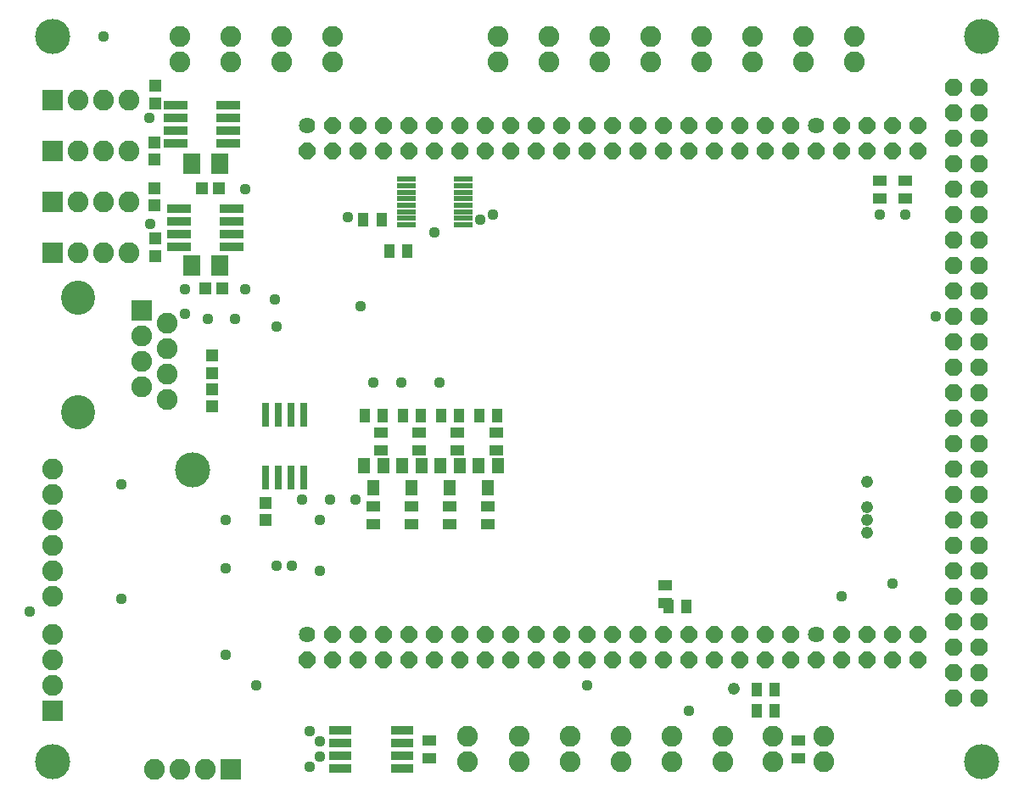
<source format=gts>
G75*
G70*
%OFA0B0*%
%FSLAX24Y24*%
%IPPOS*%
%LPD*%
%AMOC8*
5,1,8,0,0,1.08239X$1,22.5*
%
%ADD10C,0.0640*%
%ADD11OC8,0.0640*%
%ADD12OC8,0.0674*%
%ADD13R,0.0277X0.0946*%
%ADD14R,0.0513X0.0474*%
%ADD15R,0.0474X0.0513*%
%ADD16R,0.0474X0.0631*%
%ADD17R,0.0552X0.0395*%
%ADD18R,0.0395X0.0552*%
%ADD19R,0.0820X0.0820*%
%ADD20C,0.0820*%
%ADD21R,0.0740X0.0220*%
%ADD22R,0.0950X0.0320*%
%ADD23R,0.0710X0.0789*%
%ADD24C,0.1340*%
%ADD25R,0.0880X0.0340*%
%ADD26C,0.1380*%
%ADD27C,0.0440*%
%ADD28C,0.0476*%
D10*
X013392Y006787D03*
X033392Y006787D03*
X033392Y026787D03*
X013392Y026787D03*
D11*
X014392Y026787D03*
X015392Y026787D03*
X016392Y026787D03*
X017392Y026787D03*
X018392Y026787D03*
X019392Y026787D03*
X020392Y026787D03*
X021392Y026787D03*
X022392Y026787D03*
X023392Y026787D03*
X024392Y026787D03*
X025392Y026787D03*
X026392Y026787D03*
X027392Y026787D03*
X028392Y026787D03*
X029392Y026787D03*
X030392Y026787D03*
X031392Y026787D03*
X032392Y026787D03*
X032392Y025787D03*
X033392Y025787D03*
X034392Y025787D03*
X034392Y026787D03*
X035392Y026787D03*
X036392Y026787D03*
X037392Y026787D03*
X037392Y025787D03*
X036392Y025787D03*
X035392Y025787D03*
X031392Y025787D03*
X030392Y025787D03*
X029392Y025787D03*
X028392Y025787D03*
X027392Y025787D03*
X026392Y025787D03*
X025392Y025787D03*
X024392Y025787D03*
X023392Y025787D03*
X022392Y025787D03*
X021392Y025787D03*
X020392Y025787D03*
X019392Y025787D03*
X018392Y025787D03*
X017392Y025787D03*
X016392Y025787D03*
X015392Y025787D03*
X014392Y025787D03*
X013392Y025787D03*
X014392Y006787D03*
X015392Y006787D03*
X016392Y006787D03*
X017392Y006787D03*
X018392Y006787D03*
X019392Y006787D03*
X020392Y006787D03*
X021392Y006787D03*
X022392Y006787D03*
X023392Y006787D03*
X024392Y006787D03*
X025392Y006787D03*
X026392Y006787D03*
X027392Y006787D03*
X028392Y006787D03*
X029392Y006787D03*
X030392Y006787D03*
X031392Y006787D03*
X032392Y006787D03*
X032392Y005787D03*
X033392Y005787D03*
X034392Y005787D03*
X034392Y006787D03*
X035392Y006787D03*
X036392Y006787D03*
X037392Y006787D03*
X037392Y005787D03*
X036392Y005787D03*
X035392Y005787D03*
X031392Y005787D03*
X030392Y005787D03*
X029392Y005787D03*
X028392Y005787D03*
X027392Y005787D03*
X026392Y005787D03*
X025392Y005787D03*
X024392Y005787D03*
X023392Y005787D03*
X022392Y005787D03*
X021392Y005787D03*
X020392Y005787D03*
X019392Y005787D03*
X018392Y005787D03*
X017392Y005787D03*
X016392Y005787D03*
X015392Y005787D03*
X014392Y005787D03*
X013392Y005787D03*
D12*
X038792Y006287D03*
X038792Y007287D03*
X038792Y008287D03*
X039792Y008287D03*
X039792Y007287D03*
X039792Y006287D03*
X039792Y005287D03*
X038792Y005287D03*
X038792Y004287D03*
X039792Y004287D03*
X039792Y009287D03*
X039792Y010287D03*
X039792Y011287D03*
X039792Y012287D03*
X039792Y013287D03*
X039792Y014287D03*
X039792Y015287D03*
X039792Y016287D03*
X038792Y016287D03*
X038792Y015287D03*
X038792Y014287D03*
X038792Y013287D03*
X038792Y012287D03*
X038792Y011287D03*
X038792Y010287D03*
X038792Y009287D03*
X038792Y017287D03*
X038792Y018287D03*
X038792Y019287D03*
X038792Y020287D03*
X038792Y021287D03*
X038792Y022287D03*
X038792Y023287D03*
X039792Y023287D03*
X039792Y022287D03*
X039792Y021287D03*
X039792Y020287D03*
X039792Y019287D03*
X039792Y018287D03*
X039792Y017287D03*
X039792Y024287D03*
X039792Y025287D03*
X039792Y026287D03*
X039792Y027287D03*
X039792Y028287D03*
X038792Y028287D03*
X038792Y027287D03*
X038792Y026287D03*
X038792Y025287D03*
X038792Y024287D03*
D13*
X013236Y015438D03*
X012736Y015438D03*
X012236Y015438D03*
X011736Y015438D03*
X011736Y012954D03*
X012233Y012954D03*
X012733Y012954D03*
X013233Y012954D03*
D14*
X009658Y015765D03*
X009658Y016434D03*
X009646Y017077D03*
X009646Y017747D03*
X009372Y020401D03*
X010042Y020401D03*
X009904Y024338D03*
X009234Y024338D03*
D15*
X007392Y024318D03*
X007392Y023649D03*
X007430Y022349D03*
X007430Y021679D03*
X007392Y025452D03*
X007392Y026121D03*
X007416Y027676D03*
X007416Y028346D03*
X011741Y011951D03*
X011741Y011282D03*
D16*
X015618Y013420D03*
X016366Y013420D03*
X017118Y013420D03*
X017866Y013420D03*
X018618Y013420D03*
X019366Y013420D03*
X020118Y013420D03*
X020866Y013420D03*
X020492Y012554D03*
X018992Y012554D03*
X017492Y012554D03*
X015992Y012554D03*
D17*
X015992Y011841D03*
X015992Y011132D03*
X017492Y011132D03*
X017492Y011841D03*
X018992Y011841D03*
X018992Y011132D03*
X020492Y011132D03*
X020492Y011841D03*
X020804Y014024D03*
X020804Y014733D03*
X019292Y014741D03*
X019292Y014032D03*
X017792Y014032D03*
X017792Y014741D03*
X016292Y014741D03*
X016292Y014032D03*
X027442Y008741D03*
X027442Y008032D03*
X032692Y002641D03*
X032692Y001932D03*
X018192Y001932D03*
X018192Y002641D03*
X035892Y023932D03*
X036892Y023932D03*
X036892Y024641D03*
X035892Y024641D03*
D18*
X020846Y015387D03*
X020138Y015387D03*
X019346Y015387D03*
X018638Y015387D03*
X017846Y015387D03*
X017138Y015387D03*
X016346Y015387D03*
X015638Y015387D03*
X016616Y021858D03*
X017325Y021858D03*
X016305Y023090D03*
X015597Y023090D03*
X027588Y007887D03*
X028296Y007887D03*
X031038Y004637D03*
X031746Y004637D03*
X031746Y003787D03*
X031038Y003787D03*
D19*
X010392Y001487D03*
X003392Y003787D03*
X006892Y019537D03*
X003392Y021787D03*
X003392Y023787D03*
X003392Y025787D03*
X003392Y027787D03*
D20*
X004392Y027787D03*
X005392Y027787D03*
X006392Y027787D03*
X008392Y029287D03*
X008392Y030287D03*
X010392Y030287D03*
X010392Y029287D03*
X012392Y029287D03*
X012392Y030287D03*
X014392Y030287D03*
X014392Y029287D03*
X020892Y029287D03*
X020892Y030287D03*
X022892Y030287D03*
X022892Y029287D03*
X024892Y029287D03*
X024892Y030287D03*
X026892Y030287D03*
X026892Y029287D03*
X028892Y029287D03*
X028892Y030287D03*
X030892Y030287D03*
X030892Y029287D03*
X032892Y029287D03*
X032892Y030287D03*
X034892Y030287D03*
X034892Y029287D03*
X007892Y019037D03*
X007892Y018037D03*
X007892Y017037D03*
X007892Y016037D03*
X006892Y016537D03*
X006892Y017537D03*
X006892Y018537D03*
X006392Y021787D03*
X005392Y021787D03*
X004392Y021787D03*
X004392Y023787D03*
X005392Y023787D03*
X006392Y023787D03*
X006392Y025787D03*
X005392Y025787D03*
X004392Y025787D03*
X003392Y013287D03*
X003392Y012287D03*
X003392Y011287D03*
X003392Y010287D03*
X003392Y009287D03*
X003392Y008287D03*
X003392Y006787D03*
X003392Y005787D03*
X003392Y004787D03*
X007392Y001487D03*
X008392Y001487D03*
X009392Y001487D03*
X019692Y001787D03*
X019692Y002787D03*
X021711Y002787D03*
X021711Y001787D03*
X023711Y001787D03*
X023711Y002787D03*
X025711Y002787D03*
X025711Y001787D03*
X027711Y001787D03*
X027711Y002787D03*
X029711Y002787D03*
X029711Y001787D03*
X031692Y001787D03*
X031692Y002787D03*
X033692Y002787D03*
X033692Y001787D03*
D21*
X019502Y022887D03*
X019502Y023147D03*
X019502Y023407D03*
X019502Y023657D03*
X019502Y023917D03*
X019502Y024167D03*
X019502Y024427D03*
X019502Y024687D03*
X017282Y024687D03*
X017282Y024427D03*
X017282Y024167D03*
X017282Y023917D03*
X017282Y023657D03*
X017282Y023407D03*
X017282Y023147D03*
X017282Y022887D03*
D22*
X010422Y023037D03*
X010422Y023537D03*
X010422Y022537D03*
X010422Y022037D03*
X008362Y022037D03*
X008362Y022537D03*
X008362Y023037D03*
X008362Y023537D03*
X008212Y026087D03*
X008212Y026587D03*
X008212Y027087D03*
X008212Y027587D03*
X010272Y027587D03*
X010272Y027087D03*
X010272Y026587D03*
X010272Y026087D03*
D23*
X009943Y025287D03*
X008841Y025287D03*
X008841Y021287D03*
X009943Y021287D03*
D24*
X004392Y020037D03*
X004392Y015537D03*
D25*
X014682Y003037D03*
X014682Y002537D03*
X014682Y002037D03*
X014682Y001537D03*
X017102Y001537D03*
X017102Y002037D03*
X017102Y002537D03*
X017102Y003037D03*
D26*
X003392Y001787D03*
X008879Y013272D03*
X003392Y030287D03*
X039892Y030287D03*
X039892Y001787D03*
D27*
X034392Y008287D03*
X036392Y008787D03*
X028392Y003787D03*
X024392Y004787D03*
X015292Y012087D03*
X014292Y012087D03*
X013892Y011287D03*
X013192Y012087D03*
X010192Y011287D03*
X010192Y009387D03*
X012192Y009487D03*
X012792Y009487D03*
X013892Y009287D03*
X010192Y005987D03*
X011392Y004787D03*
X013492Y002987D03*
X013892Y002587D03*
X013892Y001987D03*
X013492Y001587D03*
X006092Y008187D03*
X002492Y007687D03*
X006092Y012687D03*
X012192Y018887D03*
X012128Y019972D03*
X010947Y020365D03*
X010553Y019184D03*
X009492Y019187D03*
X008585Y019381D03*
X008585Y020365D03*
X007207Y022924D03*
X010947Y024302D03*
X014992Y023187D03*
X018392Y022587D03*
X020192Y023087D03*
X020692Y023287D03*
X015492Y019687D03*
X015992Y016687D03*
X017092Y016687D03*
X018592Y016687D03*
X007192Y027087D03*
X005392Y030287D03*
X035892Y023287D03*
X036892Y023287D03*
X038092Y019287D03*
D28*
X035392Y012787D03*
X035392Y011787D03*
X035392Y011287D03*
X035392Y010787D03*
X030142Y004662D03*
M02*

</source>
